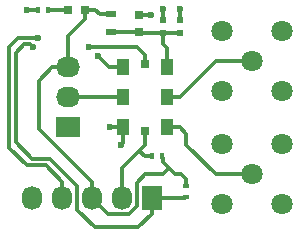
<source format=gtl>
G04 #@! TF.FileFunction,Copper,L1,Top,Signal*
%FSLAX46Y46*%
G04 Gerber Fmt 4.6, Leading zero omitted, Abs format (unit mm)*
G04 Created by KiCad (PCBNEW 4.0.2-stable) date Sun 24 Apr 2016 07:38:59 PM AKDT*
%MOMM*%
G01*
G04 APERTURE LIST*
%ADD10C,0.100000*%
%ADD11R,0.500000X0.600000*%
%ADD12R,0.750000X0.800000*%
%ADD13R,0.797560X0.797560*%
%ADD14R,2.032000X1.727200*%
%ADD15O,2.032000X1.727200*%
%ADD16R,0.900000X0.500000*%
%ADD17R,1.727200X2.032000*%
%ADD18O,1.727200X2.032000*%
%ADD19R,0.600000X0.400000*%
%ADD20R,0.400000X0.600000*%
%ADD21R,1.000000X1.400000*%
%ADD22R,0.800000X0.800000*%
%ADD23C,1.800000*%
%ADD24C,0.600000*%
%ADD25C,0.350000*%
G04 APERTURE END LIST*
D10*
D11*
X153000000Y-100050000D03*
X153000000Y-98950000D03*
X154500000Y-100050000D03*
X154500000Y-98950000D03*
D12*
X151000000Y-100000000D03*
X151000000Y-98500000D03*
D13*
X146449300Y-98100000D03*
X144950700Y-98100000D03*
D14*
X145000000Y-108040000D03*
D15*
X145000000Y-105500000D03*
X145000000Y-102960000D03*
D16*
X148600000Y-98450000D03*
X148600000Y-99950000D03*
D17*
X152080000Y-114000000D03*
D18*
X149540000Y-114000000D03*
X147000000Y-114000000D03*
X144460000Y-114000000D03*
X141920000Y-114000000D03*
D19*
X155000000Y-113000000D03*
X155000000Y-113900000D03*
D20*
X152950000Y-110500000D03*
X152050000Y-110500000D03*
X142400000Y-98100000D03*
X143300000Y-98100000D03*
D21*
X149650000Y-102960000D03*
X149650000Y-105500000D03*
X149650000Y-108040000D03*
X153350000Y-108040000D03*
X153350000Y-105500000D03*
X153350000Y-102960000D03*
D22*
X151500000Y-102635000D03*
X151500000Y-108365000D03*
D23*
X160540000Y-112000000D03*
X163080000Y-109460000D03*
X163080000Y-114540000D03*
X158000000Y-114540000D03*
X158000000Y-109460000D03*
X160540000Y-102460000D03*
X163080000Y-99920000D03*
X163080000Y-105000000D03*
X158000000Y-105000000D03*
X158000000Y-99920000D03*
D24*
X152000000Y-98500000D03*
X141500000Y-98100000D03*
X153000000Y-98000000D03*
X154500000Y-98000000D03*
X149500000Y-109500000D03*
X148540000Y-108040000D03*
X146750000Y-101250000D03*
X142000000Y-101250000D03*
X147500000Y-102000000D03*
X142449990Y-100449990D03*
D25*
X151000000Y-100000000D02*
X148650000Y-100000000D01*
X148650000Y-100000000D02*
X148600000Y-99950000D01*
X153000000Y-100050000D02*
X151050000Y-100050000D01*
X151050000Y-100050000D02*
X151000000Y-100000000D01*
X153000000Y-100050000D02*
X154500000Y-100050000D01*
X153350000Y-101350000D02*
X153000000Y-101000000D01*
X153000000Y-101000000D02*
X153000000Y-100050000D01*
X153350000Y-102960000D02*
X153350000Y-101350000D01*
X151000000Y-98500000D02*
X152000000Y-98500000D01*
X142400000Y-98100000D02*
X141500000Y-98100000D01*
X153000000Y-98950000D02*
X153000000Y-98000000D01*
X154500000Y-98950000D02*
X154500000Y-98000000D01*
X149650000Y-108040000D02*
X149650000Y-109350000D01*
X149650000Y-109350000D02*
X149500000Y-109500000D01*
X149650000Y-108040000D02*
X148540000Y-108040000D01*
X142500000Y-104094000D02*
X142500000Y-108134000D01*
X142500000Y-108134000D02*
X147000000Y-112634000D01*
X147000000Y-112634000D02*
X147000000Y-114000000D01*
X145000000Y-102960000D02*
X143634000Y-102960000D01*
X143634000Y-102960000D02*
X142500000Y-104094000D01*
X146449300Y-98100000D02*
X146449300Y-98848780D01*
X146449300Y-98848780D02*
X145000000Y-100298080D01*
X145000000Y-100298080D02*
X145000000Y-101746400D01*
X145000000Y-101746400D02*
X145000000Y-102960000D01*
X147300000Y-98100000D02*
X147650000Y-98450000D01*
X147650000Y-98450000D02*
X148600000Y-98450000D01*
X146449300Y-98100000D02*
X147300000Y-98100000D01*
X147000000Y-114000000D02*
X148391010Y-115391010D01*
X148391010Y-115391010D02*
X150108990Y-115391010D01*
X150108990Y-115391010D02*
X150778610Y-114721390D01*
X150778610Y-114721390D02*
X150778610Y-112721390D01*
X150778610Y-112721390D02*
X151500000Y-112000000D01*
X151500000Y-112000000D02*
X153000000Y-112000000D01*
X153000000Y-112000000D02*
X153500000Y-111500000D01*
X153500000Y-111500000D02*
X154000000Y-112000000D01*
X153000000Y-111000000D02*
X153500000Y-111500000D01*
X152950000Y-110500000D02*
X152950000Y-110600000D01*
X152950000Y-110600000D02*
X153000000Y-110650000D01*
X153000000Y-110650000D02*
X153000000Y-111000000D01*
X154000000Y-112000000D02*
X154550000Y-112000000D01*
X154550000Y-112000000D02*
X155000000Y-112450000D01*
X155000000Y-112450000D02*
X155000000Y-113000000D01*
X144950700Y-98100000D02*
X143300000Y-98100000D01*
X145000000Y-105500000D02*
X149650000Y-105500000D01*
X150815000Y-101200000D02*
X150765000Y-101250000D01*
X150765000Y-101250000D02*
X146750000Y-101250000D01*
X141750000Y-101000000D02*
X142000000Y-101250000D01*
X141250000Y-101000000D02*
X141750000Y-101000000D01*
X140550010Y-101699990D02*
X141250000Y-101000000D01*
X140550010Y-109300010D02*
X140550010Y-101699990D01*
X141949990Y-110699990D02*
X140550010Y-109300010D01*
X145761390Y-113011390D02*
X143449990Y-110699990D01*
X143449990Y-110699990D02*
X141949990Y-110699990D01*
X147250000Y-116500000D02*
X145761390Y-115011390D01*
X145761390Y-115011390D02*
X145761390Y-113011390D01*
X150946000Y-116500000D02*
X147250000Y-116500000D01*
X152080000Y-114000000D02*
X152080000Y-115366000D01*
X152080000Y-115366000D02*
X150946000Y-116500000D01*
X151500000Y-102635000D02*
X151500000Y-101885000D01*
X151500000Y-101885000D02*
X150815000Y-101200000D01*
X152080000Y-114000000D02*
X154900000Y-114000000D01*
X154900000Y-114000000D02*
X155000000Y-113900000D01*
X151500000Y-109500000D02*
X151000000Y-110000000D01*
X151000000Y-110000000D02*
X149540000Y-111460000D01*
X152050000Y-110500000D02*
X151500000Y-110500000D01*
X151500000Y-110500000D02*
X151000000Y-110000000D01*
X149540000Y-111460000D02*
X149540000Y-114000000D01*
X151500000Y-108365000D02*
X151500000Y-109500000D01*
X147500000Y-102000000D02*
X148460000Y-102960000D01*
X148460000Y-102960000D02*
X149650000Y-102960000D01*
X140750000Y-100500000D02*
X140972169Y-100500000D01*
X140972169Y-100500000D02*
X141022179Y-100449990D01*
X141022179Y-100449990D02*
X142449990Y-100449990D01*
X140000000Y-101250000D02*
X140750000Y-100500000D01*
X140000000Y-109750000D02*
X140000000Y-101250000D01*
X141500000Y-111250000D02*
X140000000Y-109750000D01*
X143076000Y-111250000D02*
X141500000Y-111250000D01*
X144460000Y-114000000D02*
X144460000Y-112634000D01*
X144460000Y-112634000D02*
X143076000Y-111250000D01*
X155000000Y-109500000D02*
X155000000Y-108580000D01*
X155000000Y-108580000D02*
X154460000Y-108040000D01*
X157500000Y-112000000D02*
X155000000Y-109500000D01*
X160540000Y-112000000D02*
X157500000Y-112000000D01*
X153350000Y-108040000D02*
X154460000Y-108040000D01*
X157540000Y-102460000D02*
X154500000Y-105500000D01*
X154500000Y-105500000D02*
X154200000Y-105500000D01*
X160540000Y-102460000D02*
X157540000Y-102460000D01*
X153350000Y-105500000D02*
X154200000Y-105500000D01*
M02*

</source>
